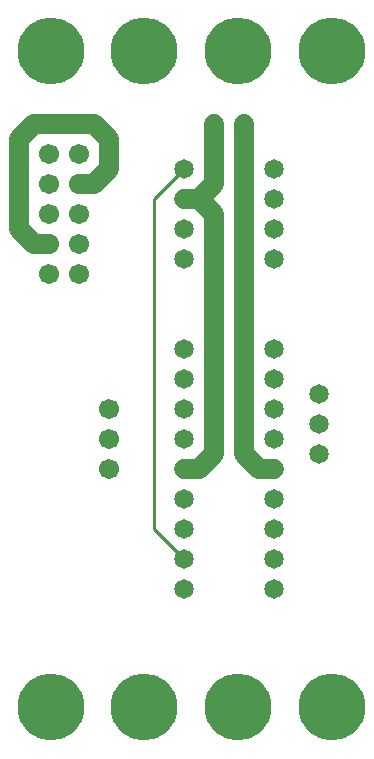
<source format=gtl>
%MOIN*%
%FSLAX25Y25*%
G04 D10 used for Character Trace; *
G04     Circle (OD=.01000) (No hole)*
G04 D11 used for Power Trace; *
G04     Circle (OD=.06500) (No hole)*
G04 D12 used for Signal Trace; *
G04     Circle (OD=.01100) (No hole)*
G04 D13 used for Via; *
G04     Circle (OD=.05800) (Round. Hole ID=.02800)*
G04 D14 used for Component hole; *
G04     Circle (OD=.06500) (Round. Hole ID=.03500)*
G04 D15 used for Component hole; *
G04     Circle (OD=.06700) (Round. Hole ID=.04300)*
G04 D16 used for Component hole; *
G04     Circle (OD=.08100) (Round. Hole ID=.05100)*
G04 D17 used for Component hole; *
G04     Circle (OD=.08900) (Round. Hole ID=.05900)*
G04 D18 used for Component hole; *
G04     Circle (OD=.11300) (Round. Hole ID=.08300)*
G04 D19 used for Component hole; *
G04     Circle (OD=.16000) (Round. Hole ID=.13000)*
G04 D20 used for Component hole; *
G04     Circle (OD=.18300) (Round. Hole ID=.15300)*
G04 D21 used for Component hole; *
G04     Circle (OD=.22291) (Round. Hole ID=.19291)*
%ADD10C,.01000*%
%ADD11C,.06500*%
%ADD12C,.01100*%
%ADD13C,.05800*%
%ADD14C,.06500*%
%ADD15C,.06700*%
%ADD16C,.08100*%
%ADD17C,.08900*%
%ADD18C,.11300*%
%ADD19C,.16000*%
%ADD20C,.18300*%
%ADD21C,.22291*%
%IPPOS*%
%LPD*%
G90*X0Y0D02*D21*X15625Y15625D03*X46875D03*D14*    
X60000Y55000D03*Y65000D03*D12*X50000Y75000D01*    
Y185000D01*X60000Y195000D01*D14*D03*D11*          
X65000Y185000D02*X70000Y190000D01*Y180000D02*     
X65000Y185000D01*X70000Y150000D02*Y180000D01*D14* 
Y150000D03*D11*Y110000D01*D13*D03*D11*Y100000D01* 
X65000Y95000D01*X60000D01*D14*D03*Y105000D03*     
Y85000D03*Y115000D03*Y75000D03*D11*               
X85000Y95000D02*X80000Y100000D01*X85000Y95000D02* 
X90000D01*D14*D03*D11*X80000Y100000D02*Y150000D01*
D14*D03*D11*Y175000D01*D13*D03*D11*Y210000D01*D14*
D03*X70000D03*D11*Y190000D01*X60000Y185000D02*    
X65000D01*D14*X60000D03*Y175000D03*Y165000D03*D11*
X35000Y195000D02*Y205000D01*X30000Y190000D02*     
X35000Y195000D01*X25000Y190000D02*X30000D01*D15*  
X25000D03*X15000Y200000D03*Y180000D03*            
X25000Y200000D03*X15000Y190000D03*                
X25000Y180000D03*D11*X35000Y205000D02*            
X30000Y210000D01*X10000D01*X5000Y205000D01*       
Y175000D01*X10000Y170000D01*X15000D01*D15*D03*    
X25000Y160000D03*Y170000D03*X15000Y160000D03*D14* 
X60000Y125000D03*Y135000D03*D15*X35000Y115000D03* 
D21*X78125Y234375D03*X46875D03*X15625D03*D15*     
X35000Y105000D03*D14*X90000D03*Y115000D03*        
Y125000D03*Y135000D03*Y165000D03*Y175000D03*      
Y185000D03*D15*X35000Y95000D03*D14*               
X90000Y195000D03*Y85000D03*X105000Y100000D03*     
Y110000D03*Y120000D03*D21*X109375Y234375D03*D14*  
X90000Y75000D03*Y65000D03*Y55000D03*D21*          
X78125Y15625D03*X109375D03*M02*                   

</source>
